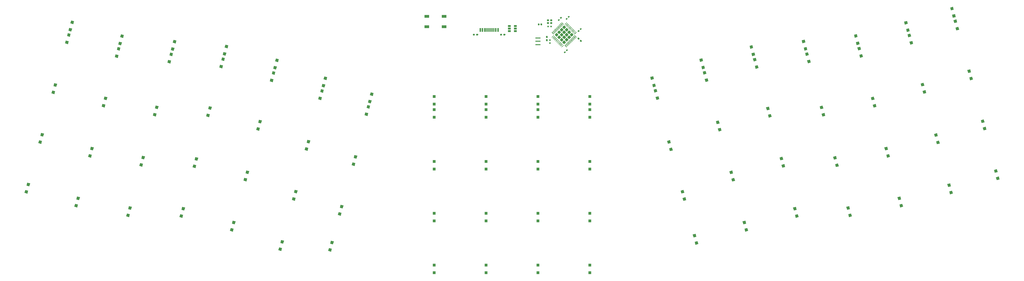
<source format=gtp>
G04 #@! TF.GenerationSoftware,KiCad,Pcbnew,(5.1.10)-1*
G04 #@! TF.CreationDate,2021-10-14T20:39:04+01:00*
G04 #@! TF.ProjectId,superlyra-hs,73757065-726c-4797-9261-2d68732e6b69,0.1*
G04 #@! TF.SameCoordinates,Original*
G04 #@! TF.FileFunction,Paste,Top*
G04 #@! TF.FilePolarity,Positive*
%FSLAX46Y46*%
G04 Gerber Fmt 4.6, Leading zero omitted, Abs format (unit mm)*
G04 Created by KiCad (PCBNEW (5.1.10)-1) date 2021-10-14 20:39:04*
%MOMM*%
%LPD*%
G01*
G04 APERTURE LIST*
%ADD10R,1.900000X0.400000*%
%ADD11R,1.060000X0.650000*%
%ADD12C,0.100000*%
%ADD13R,0.600000X0.500000*%
%ADD14R,0.300000X1.450000*%
%ADD15R,0.600000X1.450000*%
%ADD16R,1.700000X1.000000*%
%ADD17R,1.100000X1.100000*%
%ADD18R,0.500000X0.600000*%
G04 APERTURE END LIST*
D10*
X227838000Y-85795000D03*
X227838000Y-86995000D03*
X227838000Y-88195000D03*
G36*
G01*
X230980000Y-85024000D02*
X231300000Y-85024000D01*
G75*
G02*
X231460000Y-85184000I0J-160000D01*
G01*
X231460000Y-85579000D01*
G75*
G02*
X231300000Y-85739000I-160000J0D01*
G01*
X230980000Y-85739000D01*
G75*
G02*
X230820000Y-85579000I0J160000D01*
G01*
X230820000Y-85184000D01*
G75*
G02*
X230980000Y-85024000I160000J0D01*
G01*
G37*
G36*
G01*
X230980000Y-86219000D02*
X231300000Y-86219000D01*
G75*
G02*
X231460000Y-86379000I0J-160000D01*
G01*
X231460000Y-86774000D01*
G75*
G02*
X231300000Y-86934000I-160000J0D01*
G01*
X230980000Y-86934000D01*
G75*
G02*
X230820000Y-86774000I0J160000D01*
G01*
X230820000Y-86379000D01*
G75*
G02*
X230980000Y-86219000I160000J0D01*
G01*
G37*
D11*
X217340000Y-81346000D03*
X217340000Y-82296000D03*
X217340000Y-83246000D03*
X219540000Y-83246000D03*
X219540000Y-81346000D03*
X219540000Y-82296000D03*
D12*
G36*
X238345736Y-79077818D02*
G01*
X237992182Y-78724264D01*
X238416446Y-78300000D01*
X238770000Y-78653554D01*
X238345736Y-79077818D01*
G37*
G36*
X239123554Y-78300000D02*
G01*
X238770000Y-77946446D01*
X239194264Y-77522182D01*
X239547818Y-77875736D01*
X239123554Y-78300000D01*
G37*
G36*
X243513554Y-82830000D02*
G01*
X243160000Y-82476446D01*
X243584264Y-82052182D01*
X243937818Y-82405736D01*
X243513554Y-82830000D01*
G37*
G36*
X242735736Y-83607818D02*
G01*
X242382182Y-83254264D01*
X242806446Y-82830000D01*
X243160000Y-83183554D01*
X242735736Y-83607818D01*
G37*
G36*
X238549264Y-89836682D02*
G01*
X238902818Y-90190236D01*
X238478554Y-90614500D01*
X238125000Y-90260946D01*
X238549264Y-89836682D01*
G37*
G36*
X237771446Y-90614500D02*
G01*
X238125000Y-90968054D01*
X237700736Y-91392318D01*
X237347182Y-91038764D01*
X237771446Y-90614500D01*
G37*
D13*
X231606000Y-81534000D03*
X232706000Y-81534000D03*
G36*
G01*
X233111000Y-80104000D02*
X233111000Y-80424000D01*
G75*
G02*
X232951000Y-80584000I-160000J0D01*
G01*
X232556000Y-80584000D01*
G75*
G02*
X232396000Y-80424000I0J160000D01*
G01*
X232396000Y-80104000D01*
G75*
G02*
X232556000Y-79944000I160000J0D01*
G01*
X232951000Y-79944000D01*
G75*
G02*
X233111000Y-80104000I0J-160000D01*
G01*
G37*
G36*
G01*
X231916000Y-80104000D02*
X231916000Y-80424000D01*
G75*
G02*
X231756000Y-80584000I-160000J0D01*
G01*
X231361000Y-80584000D01*
G75*
G02*
X231201000Y-80424000I0J160000D01*
G01*
X231201000Y-80104000D01*
G75*
G02*
X231361000Y-79944000I160000J0D01*
G01*
X231756000Y-79944000D01*
G75*
G02*
X231916000Y-80104000I0J-160000D01*
G01*
G37*
G36*
G01*
X233111000Y-79088000D02*
X233111000Y-79408000D01*
G75*
G02*
X232951000Y-79568000I-160000J0D01*
G01*
X232556000Y-79568000D01*
G75*
G02*
X232396000Y-79408000I0J160000D01*
G01*
X232396000Y-79088000D01*
G75*
G02*
X232556000Y-78928000I160000J0D01*
G01*
X232951000Y-78928000D01*
G75*
G02*
X233111000Y-79088000I0J-160000D01*
G01*
G37*
G36*
G01*
X231916000Y-79088000D02*
X231916000Y-79408000D01*
G75*
G02*
X231756000Y-79568000I-160000J0D01*
G01*
X231361000Y-79568000D01*
G75*
G02*
X231201000Y-79408000I0J160000D01*
G01*
X231201000Y-79088000D01*
G75*
G02*
X231361000Y-78928000I160000J0D01*
G01*
X231756000Y-78928000D01*
G75*
G02*
X231916000Y-79088000I0J-160000D01*
G01*
G37*
G36*
G01*
X243978424Y-86962150D02*
X243752150Y-87188424D01*
G75*
G02*
X243525876Y-87188424I-113137J113137D01*
G01*
X243246568Y-86909116D01*
G75*
G02*
X243246568Y-86682842I113137J113137D01*
G01*
X243472842Y-86456568D01*
G75*
G02*
X243699116Y-86456568I113137J-113137D01*
G01*
X243978424Y-86735876D01*
G75*
G02*
X243978424Y-86962150I-113137J-113137D01*
G01*
G37*
G36*
G01*
X243133432Y-86117158D02*
X242907158Y-86343432D01*
G75*
G02*
X242680884Y-86343432I-113137J113137D01*
G01*
X242401576Y-86064124D01*
G75*
G02*
X242401576Y-85837850I113137J113137D01*
G01*
X242627850Y-85611576D01*
G75*
G02*
X242854124Y-85611576I113137J-113137D01*
G01*
X243133432Y-85890884D01*
G75*
G02*
X243133432Y-86117158I-113137J-113137D01*
G01*
G37*
G36*
G01*
X215895000Y-84370000D02*
X215895000Y-84690000D01*
G75*
G02*
X215735000Y-84850000I-160000J0D01*
G01*
X215340000Y-84850000D01*
G75*
G02*
X215180000Y-84690000I0J160000D01*
G01*
X215180000Y-84370000D01*
G75*
G02*
X215340000Y-84210000I160000J0D01*
G01*
X215735000Y-84210000D01*
G75*
G02*
X215895000Y-84370000I0J-160000D01*
G01*
G37*
G36*
G01*
X214700000Y-84370000D02*
X214700000Y-84690000D01*
G75*
G02*
X214540000Y-84850000I-160000J0D01*
G01*
X214145000Y-84850000D01*
G75*
G02*
X213985000Y-84690000I0J160000D01*
G01*
X213985000Y-84370000D01*
G75*
G02*
X214145000Y-84210000I160000J0D01*
G01*
X214540000Y-84210000D01*
G75*
G02*
X214700000Y-84370000I0J-160000D01*
G01*
G37*
G36*
G01*
X205190000Y-84700000D02*
X205190000Y-84380000D01*
G75*
G02*
X205350000Y-84220000I160000J0D01*
G01*
X205745000Y-84220000D01*
G75*
G02*
X205905000Y-84380000I0J-160000D01*
G01*
X205905000Y-84700000D01*
G75*
G02*
X205745000Y-84860000I-160000J0D01*
G01*
X205350000Y-84860000D01*
G75*
G02*
X205190000Y-84700000I0J160000D01*
G01*
G37*
G36*
G01*
X203995000Y-84700000D02*
X203995000Y-84380000D01*
G75*
G02*
X204155000Y-84220000I160000J0D01*
G01*
X204550000Y-84220000D01*
G75*
G02*
X204710000Y-84380000I0J-160000D01*
G01*
X204710000Y-84700000D01*
G75*
G02*
X204550000Y-84860000I-160000J0D01*
G01*
X204155000Y-84860000D01*
G75*
G02*
X203995000Y-84700000I0J160000D01*
G01*
G37*
G36*
G01*
X236924314Y-87162940D02*
X237313224Y-86774030D01*
G75*
G02*
X237666776Y-86774030I176776J-176776D01*
G01*
X238055686Y-87162940D01*
G75*
G02*
X238055686Y-87516492I-176776J-176776D01*
G01*
X237666776Y-87905402D01*
G75*
G02*
X237313224Y-87905402I-176776J176776D01*
G01*
X236924314Y-87516492D01*
G75*
G02*
X236924314Y-87162940I176776J176776D01*
G01*
G37*
G36*
G01*
X237843553Y-86243702D02*
X238232463Y-85854792D01*
G75*
G02*
X238586015Y-85854792I176776J-176776D01*
G01*
X238974925Y-86243702D01*
G75*
G02*
X238974925Y-86597254I-176776J-176776D01*
G01*
X238586015Y-86986164D01*
G75*
G02*
X238232463Y-86986164I-176776J176776D01*
G01*
X237843553Y-86597254D01*
G75*
G02*
X237843553Y-86243702I176776J176776D01*
G01*
G37*
G36*
G01*
X238762792Y-85324463D02*
X239151702Y-84935553D01*
G75*
G02*
X239505254Y-84935553I176776J-176776D01*
G01*
X239894164Y-85324463D01*
G75*
G02*
X239894164Y-85678015I-176776J-176776D01*
G01*
X239505254Y-86066925D01*
G75*
G02*
X239151702Y-86066925I-176776J176776D01*
G01*
X238762792Y-85678015D01*
G75*
G02*
X238762792Y-85324463I176776J176776D01*
G01*
G37*
G36*
G01*
X239682030Y-84405224D02*
X240070940Y-84016314D01*
G75*
G02*
X240424492Y-84016314I176776J-176776D01*
G01*
X240813402Y-84405224D01*
G75*
G02*
X240813402Y-84758776I-176776J-176776D01*
G01*
X240424492Y-85147686D01*
G75*
G02*
X240070940Y-85147686I-176776J176776D01*
G01*
X239682030Y-84758776D01*
G75*
G02*
X239682030Y-84405224I176776J176776D01*
G01*
G37*
G36*
G01*
X236005075Y-86243702D02*
X236393985Y-85854792D01*
G75*
G02*
X236747537Y-85854792I176776J-176776D01*
G01*
X237136447Y-86243702D01*
G75*
G02*
X237136447Y-86597254I-176776J-176776D01*
G01*
X236747537Y-86986164D01*
G75*
G02*
X236393985Y-86986164I-176776J176776D01*
G01*
X236005075Y-86597254D01*
G75*
G02*
X236005075Y-86243702I176776J176776D01*
G01*
G37*
G36*
G01*
X236924314Y-85324463D02*
X237313224Y-84935553D01*
G75*
G02*
X237666776Y-84935553I176776J-176776D01*
G01*
X238055686Y-85324463D01*
G75*
G02*
X238055686Y-85678015I-176776J-176776D01*
G01*
X237666776Y-86066925D01*
G75*
G02*
X237313224Y-86066925I-176776J176776D01*
G01*
X236924314Y-85678015D01*
G75*
G02*
X236924314Y-85324463I176776J176776D01*
G01*
G37*
G36*
G01*
X237843553Y-84405224D02*
X238232463Y-84016314D01*
G75*
G02*
X238586015Y-84016314I176776J-176776D01*
G01*
X238974925Y-84405224D01*
G75*
G02*
X238974925Y-84758776I-176776J-176776D01*
G01*
X238586015Y-85147686D01*
G75*
G02*
X238232463Y-85147686I-176776J176776D01*
G01*
X237843553Y-84758776D01*
G75*
G02*
X237843553Y-84405224I176776J176776D01*
G01*
G37*
G36*
G01*
X238762792Y-83485985D02*
X239151702Y-83097075D01*
G75*
G02*
X239505254Y-83097075I176776J-176776D01*
G01*
X239894164Y-83485985D01*
G75*
G02*
X239894164Y-83839537I-176776J-176776D01*
G01*
X239505254Y-84228447D01*
G75*
G02*
X239151702Y-84228447I-176776J176776D01*
G01*
X238762792Y-83839537D01*
G75*
G02*
X238762792Y-83485985I176776J176776D01*
G01*
G37*
G36*
G01*
X235085836Y-85324463D02*
X235474746Y-84935553D01*
G75*
G02*
X235828298Y-84935553I176776J-176776D01*
G01*
X236217208Y-85324463D01*
G75*
G02*
X236217208Y-85678015I-176776J-176776D01*
G01*
X235828298Y-86066925D01*
G75*
G02*
X235474746Y-86066925I-176776J176776D01*
G01*
X235085836Y-85678015D01*
G75*
G02*
X235085836Y-85324463I176776J176776D01*
G01*
G37*
G36*
G01*
X236005075Y-84405224D02*
X236393985Y-84016314D01*
G75*
G02*
X236747537Y-84016314I176776J-176776D01*
G01*
X237136447Y-84405224D01*
G75*
G02*
X237136447Y-84758776I-176776J-176776D01*
G01*
X236747537Y-85147686D01*
G75*
G02*
X236393985Y-85147686I-176776J176776D01*
G01*
X236005075Y-84758776D01*
G75*
G02*
X236005075Y-84405224I176776J176776D01*
G01*
G37*
G36*
G01*
X236924314Y-83485985D02*
X237313224Y-83097075D01*
G75*
G02*
X237666776Y-83097075I176776J-176776D01*
G01*
X238055686Y-83485985D01*
G75*
G02*
X238055686Y-83839537I-176776J-176776D01*
G01*
X237666776Y-84228447D01*
G75*
G02*
X237313224Y-84228447I-176776J176776D01*
G01*
X236924314Y-83839537D01*
G75*
G02*
X236924314Y-83485985I176776J176776D01*
G01*
G37*
G36*
G01*
X237843553Y-82566746D02*
X238232463Y-82177836D01*
G75*
G02*
X238586015Y-82177836I176776J-176776D01*
G01*
X238974925Y-82566746D01*
G75*
G02*
X238974925Y-82920298I-176776J-176776D01*
G01*
X238586015Y-83309208D01*
G75*
G02*
X238232463Y-83309208I-176776J176776D01*
G01*
X237843553Y-82920298D01*
G75*
G02*
X237843553Y-82566746I176776J176776D01*
G01*
G37*
G36*
G01*
X234166598Y-84405224D02*
X234555508Y-84016314D01*
G75*
G02*
X234909060Y-84016314I176776J-176776D01*
G01*
X235297970Y-84405224D01*
G75*
G02*
X235297970Y-84758776I-176776J-176776D01*
G01*
X234909060Y-85147686D01*
G75*
G02*
X234555508Y-85147686I-176776J176776D01*
G01*
X234166598Y-84758776D01*
G75*
G02*
X234166598Y-84405224I176776J176776D01*
G01*
G37*
G36*
G01*
X235085836Y-83485985D02*
X235474746Y-83097075D01*
G75*
G02*
X235828298Y-83097075I176776J-176776D01*
G01*
X236217208Y-83485985D01*
G75*
G02*
X236217208Y-83839537I-176776J-176776D01*
G01*
X235828298Y-84228447D01*
G75*
G02*
X235474746Y-84228447I-176776J176776D01*
G01*
X235085836Y-83839537D01*
G75*
G02*
X235085836Y-83485985I176776J176776D01*
G01*
G37*
G36*
G01*
X236005075Y-82566746D02*
X236393985Y-82177836D01*
G75*
G02*
X236747537Y-82177836I176776J-176776D01*
G01*
X237136447Y-82566746D01*
G75*
G02*
X237136447Y-82920298I-176776J-176776D01*
G01*
X236747537Y-83309208D01*
G75*
G02*
X236393985Y-83309208I-176776J176776D01*
G01*
X236005075Y-82920298D01*
G75*
G02*
X236005075Y-82566746I176776J176776D01*
G01*
G37*
G36*
G01*
X236924314Y-81647508D02*
X237313224Y-81258598D01*
G75*
G02*
X237666776Y-81258598I176776J-176776D01*
G01*
X238055686Y-81647508D01*
G75*
G02*
X238055686Y-82001060I-176776J-176776D01*
G01*
X237666776Y-82389970D01*
G75*
G02*
X237313224Y-82389970I-176776J176776D01*
G01*
X236924314Y-82001060D01*
G75*
G02*
X236924314Y-81647508I176776J176776D01*
G01*
G37*
G36*
G01*
X237657938Y-80701752D02*
X238329690Y-80030000D01*
G75*
G02*
X238418078Y-80030000I44194J-44194D01*
G01*
X238506466Y-80118388D01*
G75*
G02*
X238506466Y-80206776I-44194J-44194D01*
G01*
X237834714Y-80878528D01*
G75*
G02*
X237746326Y-80878528I-44194J44194D01*
G01*
X237657938Y-80790140D01*
G75*
G02*
X237657938Y-80701752I44194J44194D01*
G01*
G37*
G36*
G01*
X238011491Y-81055306D02*
X238683243Y-80383554D01*
G75*
G02*
X238771631Y-80383554I44194J-44194D01*
G01*
X238860019Y-80471942D01*
G75*
G02*
X238860019Y-80560330I-44194J-44194D01*
G01*
X238188267Y-81232082D01*
G75*
G02*
X238099879Y-81232082I-44194J44194D01*
G01*
X238011491Y-81143694D01*
G75*
G02*
X238011491Y-81055306I44194J44194D01*
G01*
G37*
G36*
G01*
X238365045Y-81408859D02*
X239036797Y-80737107D01*
G75*
G02*
X239125185Y-80737107I44194J-44194D01*
G01*
X239213573Y-80825495D01*
G75*
G02*
X239213573Y-80913883I-44194J-44194D01*
G01*
X238541821Y-81585635D01*
G75*
G02*
X238453433Y-81585635I-44194J44194D01*
G01*
X238365045Y-81497247D01*
G75*
G02*
X238365045Y-81408859I44194J44194D01*
G01*
G37*
G36*
G01*
X238718598Y-81762412D02*
X239390350Y-81090660D01*
G75*
G02*
X239478738Y-81090660I44194J-44194D01*
G01*
X239567126Y-81179048D01*
G75*
G02*
X239567126Y-81267436I-44194J-44194D01*
G01*
X238895374Y-81939188D01*
G75*
G02*
X238806986Y-81939188I-44194J44194D01*
G01*
X238718598Y-81850800D01*
G75*
G02*
X238718598Y-81762412I44194J44194D01*
G01*
G37*
G36*
G01*
X239072151Y-82115966D02*
X239743903Y-81444214D01*
G75*
G02*
X239832291Y-81444214I44194J-44194D01*
G01*
X239920679Y-81532602D01*
G75*
G02*
X239920679Y-81620990I-44194J-44194D01*
G01*
X239248927Y-82292742D01*
G75*
G02*
X239160539Y-82292742I-44194J44194D01*
G01*
X239072151Y-82204354D01*
G75*
G02*
X239072151Y-82115966I44194J44194D01*
G01*
G37*
G36*
G01*
X239425705Y-82469519D02*
X240097457Y-81797767D01*
G75*
G02*
X240185845Y-81797767I44194J-44194D01*
G01*
X240274233Y-81886155D01*
G75*
G02*
X240274233Y-81974543I-44194J-44194D01*
G01*
X239602481Y-82646295D01*
G75*
G02*
X239514093Y-82646295I-44194J44194D01*
G01*
X239425705Y-82557907D01*
G75*
G02*
X239425705Y-82469519I44194J44194D01*
G01*
G37*
G36*
G01*
X239779258Y-82823073D02*
X240451010Y-82151321D01*
G75*
G02*
X240539398Y-82151321I44194J-44194D01*
G01*
X240627786Y-82239709D01*
G75*
G02*
X240627786Y-82328097I-44194J-44194D01*
G01*
X239956034Y-82999849D01*
G75*
G02*
X239867646Y-82999849I-44194J44194D01*
G01*
X239779258Y-82911461D01*
G75*
G02*
X239779258Y-82823073I44194J44194D01*
G01*
G37*
G36*
G01*
X240132812Y-83176626D02*
X240804564Y-82504874D01*
G75*
G02*
X240892952Y-82504874I44194J-44194D01*
G01*
X240981340Y-82593262D01*
G75*
G02*
X240981340Y-82681650I-44194J-44194D01*
G01*
X240309588Y-83353402D01*
G75*
G02*
X240221200Y-83353402I-44194J44194D01*
G01*
X240132812Y-83265014D01*
G75*
G02*
X240132812Y-83176626I44194J44194D01*
G01*
G37*
G36*
G01*
X240486365Y-83530179D02*
X241158117Y-82858427D01*
G75*
G02*
X241246505Y-82858427I44194J-44194D01*
G01*
X241334893Y-82946815D01*
G75*
G02*
X241334893Y-83035203I-44194J-44194D01*
G01*
X240663141Y-83706955D01*
G75*
G02*
X240574753Y-83706955I-44194J44194D01*
G01*
X240486365Y-83618567D01*
G75*
G02*
X240486365Y-83530179I44194J44194D01*
G01*
G37*
G36*
G01*
X240839918Y-83883733D02*
X241511670Y-83211981D01*
G75*
G02*
X241600058Y-83211981I44194J-44194D01*
G01*
X241688446Y-83300369D01*
G75*
G02*
X241688446Y-83388757I-44194J-44194D01*
G01*
X241016694Y-84060509D01*
G75*
G02*
X240928306Y-84060509I-44194J44194D01*
G01*
X240839918Y-83972121D01*
G75*
G02*
X240839918Y-83883733I44194J44194D01*
G01*
G37*
G36*
G01*
X241193472Y-84237286D02*
X241865224Y-83565534D01*
G75*
G02*
X241953612Y-83565534I44194J-44194D01*
G01*
X242042000Y-83653922D01*
G75*
G02*
X242042000Y-83742310I-44194J-44194D01*
G01*
X241370248Y-84414062D01*
G75*
G02*
X241281860Y-84414062I-44194J44194D01*
G01*
X241193472Y-84325674D01*
G75*
G02*
X241193472Y-84237286I44194J44194D01*
G01*
G37*
G36*
G01*
X241193472Y-84838326D02*
X241281860Y-84749938D01*
G75*
G02*
X241370248Y-84749938I44194J-44194D01*
G01*
X242042000Y-85421690D01*
G75*
G02*
X242042000Y-85510078I-44194J-44194D01*
G01*
X241953612Y-85598466D01*
G75*
G02*
X241865224Y-85598466I-44194J44194D01*
G01*
X241193472Y-84926714D01*
G75*
G02*
X241193472Y-84838326I44194J44194D01*
G01*
G37*
G36*
G01*
X240839918Y-85191879D02*
X240928306Y-85103491D01*
G75*
G02*
X241016694Y-85103491I44194J-44194D01*
G01*
X241688446Y-85775243D01*
G75*
G02*
X241688446Y-85863631I-44194J-44194D01*
G01*
X241600058Y-85952019D01*
G75*
G02*
X241511670Y-85952019I-44194J44194D01*
G01*
X240839918Y-85280267D01*
G75*
G02*
X240839918Y-85191879I44194J44194D01*
G01*
G37*
G36*
G01*
X240486365Y-85545433D02*
X240574753Y-85457045D01*
G75*
G02*
X240663141Y-85457045I44194J-44194D01*
G01*
X241334893Y-86128797D01*
G75*
G02*
X241334893Y-86217185I-44194J-44194D01*
G01*
X241246505Y-86305573D01*
G75*
G02*
X241158117Y-86305573I-44194J44194D01*
G01*
X240486365Y-85633821D01*
G75*
G02*
X240486365Y-85545433I44194J44194D01*
G01*
G37*
G36*
G01*
X240132812Y-85898986D02*
X240221200Y-85810598D01*
G75*
G02*
X240309588Y-85810598I44194J-44194D01*
G01*
X240981340Y-86482350D01*
G75*
G02*
X240981340Y-86570738I-44194J-44194D01*
G01*
X240892952Y-86659126D01*
G75*
G02*
X240804564Y-86659126I-44194J44194D01*
G01*
X240132812Y-85987374D01*
G75*
G02*
X240132812Y-85898986I44194J44194D01*
G01*
G37*
G36*
G01*
X239779258Y-86252539D02*
X239867646Y-86164151D01*
G75*
G02*
X239956034Y-86164151I44194J-44194D01*
G01*
X240627786Y-86835903D01*
G75*
G02*
X240627786Y-86924291I-44194J-44194D01*
G01*
X240539398Y-87012679D01*
G75*
G02*
X240451010Y-87012679I-44194J44194D01*
G01*
X239779258Y-86340927D01*
G75*
G02*
X239779258Y-86252539I44194J44194D01*
G01*
G37*
G36*
G01*
X239425705Y-86606093D02*
X239514093Y-86517705D01*
G75*
G02*
X239602481Y-86517705I44194J-44194D01*
G01*
X240274233Y-87189457D01*
G75*
G02*
X240274233Y-87277845I-44194J-44194D01*
G01*
X240185845Y-87366233D01*
G75*
G02*
X240097457Y-87366233I-44194J44194D01*
G01*
X239425705Y-86694481D01*
G75*
G02*
X239425705Y-86606093I44194J44194D01*
G01*
G37*
G36*
G01*
X239072151Y-86959646D02*
X239160539Y-86871258D01*
G75*
G02*
X239248927Y-86871258I44194J-44194D01*
G01*
X239920679Y-87543010D01*
G75*
G02*
X239920679Y-87631398I-44194J-44194D01*
G01*
X239832291Y-87719786D01*
G75*
G02*
X239743903Y-87719786I-44194J44194D01*
G01*
X239072151Y-87048034D01*
G75*
G02*
X239072151Y-86959646I44194J44194D01*
G01*
G37*
G36*
G01*
X238718598Y-87313200D02*
X238806986Y-87224812D01*
G75*
G02*
X238895374Y-87224812I44194J-44194D01*
G01*
X239567126Y-87896564D01*
G75*
G02*
X239567126Y-87984952I-44194J-44194D01*
G01*
X239478738Y-88073340D01*
G75*
G02*
X239390350Y-88073340I-44194J44194D01*
G01*
X238718598Y-87401588D01*
G75*
G02*
X238718598Y-87313200I44194J44194D01*
G01*
G37*
G36*
G01*
X238365045Y-87666753D02*
X238453433Y-87578365D01*
G75*
G02*
X238541821Y-87578365I44194J-44194D01*
G01*
X239213573Y-88250117D01*
G75*
G02*
X239213573Y-88338505I-44194J-44194D01*
G01*
X239125185Y-88426893D01*
G75*
G02*
X239036797Y-88426893I-44194J44194D01*
G01*
X238365045Y-87755141D01*
G75*
G02*
X238365045Y-87666753I44194J44194D01*
G01*
G37*
G36*
G01*
X238011491Y-88020306D02*
X238099879Y-87931918D01*
G75*
G02*
X238188267Y-87931918I44194J-44194D01*
G01*
X238860019Y-88603670D01*
G75*
G02*
X238860019Y-88692058I-44194J-44194D01*
G01*
X238771631Y-88780446D01*
G75*
G02*
X238683243Y-88780446I-44194J44194D01*
G01*
X238011491Y-88108694D01*
G75*
G02*
X238011491Y-88020306I44194J44194D01*
G01*
G37*
G36*
G01*
X237657938Y-88373860D02*
X237746326Y-88285472D01*
G75*
G02*
X237834714Y-88285472I44194J-44194D01*
G01*
X238506466Y-88957224D01*
G75*
G02*
X238506466Y-89045612I-44194J-44194D01*
G01*
X238418078Y-89134000D01*
G75*
G02*
X238329690Y-89134000I-44194J44194D01*
G01*
X237657938Y-88462248D01*
G75*
G02*
X237657938Y-88373860I44194J44194D01*
G01*
G37*
G36*
G01*
X236473534Y-88957224D02*
X237145286Y-88285472D01*
G75*
G02*
X237233674Y-88285472I44194J-44194D01*
G01*
X237322062Y-88373860D01*
G75*
G02*
X237322062Y-88462248I-44194J-44194D01*
G01*
X236650310Y-89134000D01*
G75*
G02*
X236561922Y-89134000I-44194J44194D01*
G01*
X236473534Y-89045612D01*
G75*
G02*
X236473534Y-88957224I44194J44194D01*
G01*
G37*
G36*
G01*
X236119981Y-88603670D02*
X236791733Y-87931918D01*
G75*
G02*
X236880121Y-87931918I44194J-44194D01*
G01*
X236968509Y-88020306D01*
G75*
G02*
X236968509Y-88108694I-44194J-44194D01*
G01*
X236296757Y-88780446D01*
G75*
G02*
X236208369Y-88780446I-44194J44194D01*
G01*
X236119981Y-88692058D01*
G75*
G02*
X236119981Y-88603670I44194J44194D01*
G01*
G37*
G36*
G01*
X235766427Y-88250117D02*
X236438179Y-87578365D01*
G75*
G02*
X236526567Y-87578365I44194J-44194D01*
G01*
X236614955Y-87666753D01*
G75*
G02*
X236614955Y-87755141I-44194J-44194D01*
G01*
X235943203Y-88426893D01*
G75*
G02*
X235854815Y-88426893I-44194J44194D01*
G01*
X235766427Y-88338505D01*
G75*
G02*
X235766427Y-88250117I44194J44194D01*
G01*
G37*
G36*
G01*
X235412874Y-87896564D02*
X236084626Y-87224812D01*
G75*
G02*
X236173014Y-87224812I44194J-44194D01*
G01*
X236261402Y-87313200D01*
G75*
G02*
X236261402Y-87401588I-44194J-44194D01*
G01*
X235589650Y-88073340D01*
G75*
G02*
X235501262Y-88073340I-44194J44194D01*
G01*
X235412874Y-87984952D01*
G75*
G02*
X235412874Y-87896564I44194J44194D01*
G01*
G37*
G36*
G01*
X235059321Y-87543010D02*
X235731073Y-86871258D01*
G75*
G02*
X235819461Y-86871258I44194J-44194D01*
G01*
X235907849Y-86959646D01*
G75*
G02*
X235907849Y-87048034I-44194J-44194D01*
G01*
X235236097Y-87719786D01*
G75*
G02*
X235147709Y-87719786I-44194J44194D01*
G01*
X235059321Y-87631398D01*
G75*
G02*
X235059321Y-87543010I44194J44194D01*
G01*
G37*
G36*
G01*
X234705767Y-87189457D02*
X235377519Y-86517705D01*
G75*
G02*
X235465907Y-86517705I44194J-44194D01*
G01*
X235554295Y-86606093D01*
G75*
G02*
X235554295Y-86694481I-44194J-44194D01*
G01*
X234882543Y-87366233D01*
G75*
G02*
X234794155Y-87366233I-44194J44194D01*
G01*
X234705767Y-87277845D01*
G75*
G02*
X234705767Y-87189457I44194J44194D01*
G01*
G37*
G36*
G01*
X234352214Y-86835903D02*
X235023966Y-86164151D01*
G75*
G02*
X235112354Y-86164151I44194J-44194D01*
G01*
X235200742Y-86252539D01*
G75*
G02*
X235200742Y-86340927I-44194J-44194D01*
G01*
X234528990Y-87012679D01*
G75*
G02*
X234440602Y-87012679I-44194J44194D01*
G01*
X234352214Y-86924291D01*
G75*
G02*
X234352214Y-86835903I44194J44194D01*
G01*
G37*
G36*
G01*
X233998660Y-86482350D02*
X234670412Y-85810598D01*
G75*
G02*
X234758800Y-85810598I44194J-44194D01*
G01*
X234847188Y-85898986D01*
G75*
G02*
X234847188Y-85987374I-44194J-44194D01*
G01*
X234175436Y-86659126D01*
G75*
G02*
X234087048Y-86659126I-44194J44194D01*
G01*
X233998660Y-86570738D01*
G75*
G02*
X233998660Y-86482350I44194J44194D01*
G01*
G37*
G36*
G01*
X233645107Y-86128797D02*
X234316859Y-85457045D01*
G75*
G02*
X234405247Y-85457045I44194J-44194D01*
G01*
X234493635Y-85545433D01*
G75*
G02*
X234493635Y-85633821I-44194J-44194D01*
G01*
X233821883Y-86305573D01*
G75*
G02*
X233733495Y-86305573I-44194J44194D01*
G01*
X233645107Y-86217185D01*
G75*
G02*
X233645107Y-86128797I44194J44194D01*
G01*
G37*
G36*
G01*
X233291554Y-85775243D02*
X233963306Y-85103491D01*
G75*
G02*
X234051694Y-85103491I44194J-44194D01*
G01*
X234140082Y-85191879D01*
G75*
G02*
X234140082Y-85280267I-44194J-44194D01*
G01*
X233468330Y-85952019D01*
G75*
G02*
X233379942Y-85952019I-44194J44194D01*
G01*
X233291554Y-85863631D01*
G75*
G02*
X233291554Y-85775243I44194J44194D01*
G01*
G37*
G36*
G01*
X232938000Y-85421690D02*
X233609752Y-84749938D01*
G75*
G02*
X233698140Y-84749938I44194J-44194D01*
G01*
X233786528Y-84838326D01*
G75*
G02*
X233786528Y-84926714I-44194J-44194D01*
G01*
X233114776Y-85598466D01*
G75*
G02*
X233026388Y-85598466I-44194J44194D01*
G01*
X232938000Y-85510078D01*
G75*
G02*
X232938000Y-85421690I44194J44194D01*
G01*
G37*
G36*
G01*
X232938000Y-83653922D02*
X233026388Y-83565534D01*
G75*
G02*
X233114776Y-83565534I44194J-44194D01*
G01*
X233786528Y-84237286D01*
G75*
G02*
X233786528Y-84325674I-44194J-44194D01*
G01*
X233698140Y-84414062D01*
G75*
G02*
X233609752Y-84414062I-44194J44194D01*
G01*
X232938000Y-83742310D01*
G75*
G02*
X232938000Y-83653922I44194J44194D01*
G01*
G37*
G36*
G01*
X233291554Y-83300369D02*
X233379942Y-83211981D01*
G75*
G02*
X233468330Y-83211981I44194J-44194D01*
G01*
X234140082Y-83883733D01*
G75*
G02*
X234140082Y-83972121I-44194J-44194D01*
G01*
X234051694Y-84060509D01*
G75*
G02*
X233963306Y-84060509I-44194J44194D01*
G01*
X233291554Y-83388757D01*
G75*
G02*
X233291554Y-83300369I44194J44194D01*
G01*
G37*
G36*
G01*
X233645107Y-82946815D02*
X233733495Y-82858427D01*
G75*
G02*
X233821883Y-82858427I44194J-44194D01*
G01*
X234493635Y-83530179D01*
G75*
G02*
X234493635Y-83618567I-44194J-44194D01*
G01*
X234405247Y-83706955D01*
G75*
G02*
X234316859Y-83706955I-44194J44194D01*
G01*
X233645107Y-83035203D01*
G75*
G02*
X233645107Y-82946815I44194J44194D01*
G01*
G37*
G36*
G01*
X233998660Y-82593262D02*
X234087048Y-82504874D01*
G75*
G02*
X234175436Y-82504874I44194J-44194D01*
G01*
X234847188Y-83176626D01*
G75*
G02*
X234847188Y-83265014I-44194J-44194D01*
G01*
X234758800Y-83353402D01*
G75*
G02*
X234670412Y-83353402I-44194J44194D01*
G01*
X233998660Y-82681650D01*
G75*
G02*
X233998660Y-82593262I44194J44194D01*
G01*
G37*
G36*
G01*
X234352214Y-82239709D02*
X234440602Y-82151321D01*
G75*
G02*
X234528990Y-82151321I44194J-44194D01*
G01*
X235200742Y-82823073D01*
G75*
G02*
X235200742Y-82911461I-44194J-44194D01*
G01*
X235112354Y-82999849D01*
G75*
G02*
X235023966Y-82999849I-44194J44194D01*
G01*
X234352214Y-82328097D01*
G75*
G02*
X234352214Y-82239709I44194J44194D01*
G01*
G37*
G36*
G01*
X234705767Y-81886155D02*
X234794155Y-81797767D01*
G75*
G02*
X234882543Y-81797767I44194J-44194D01*
G01*
X235554295Y-82469519D01*
G75*
G02*
X235554295Y-82557907I-44194J-44194D01*
G01*
X235465907Y-82646295D01*
G75*
G02*
X235377519Y-82646295I-44194J44194D01*
G01*
X234705767Y-81974543D01*
G75*
G02*
X234705767Y-81886155I44194J44194D01*
G01*
G37*
G36*
G01*
X235059321Y-81532602D02*
X235147709Y-81444214D01*
G75*
G02*
X235236097Y-81444214I44194J-44194D01*
G01*
X235907849Y-82115966D01*
G75*
G02*
X235907849Y-82204354I-44194J-44194D01*
G01*
X235819461Y-82292742D01*
G75*
G02*
X235731073Y-82292742I-44194J44194D01*
G01*
X235059321Y-81620990D01*
G75*
G02*
X235059321Y-81532602I44194J44194D01*
G01*
G37*
G36*
G01*
X235412874Y-81179048D02*
X235501262Y-81090660D01*
G75*
G02*
X235589650Y-81090660I44194J-44194D01*
G01*
X236261402Y-81762412D01*
G75*
G02*
X236261402Y-81850800I-44194J-44194D01*
G01*
X236173014Y-81939188D01*
G75*
G02*
X236084626Y-81939188I-44194J44194D01*
G01*
X235412874Y-81267436D01*
G75*
G02*
X235412874Y-81179048I44194J44194D01*
G01*
G37*
G36*
G01*
X235766427Y-80825495D02*
X235854815Y-80737107D01*
G75*
G02*
X235943203Y-80737107I44194J-44194D01*
G01*
X236614955Y-81408859D01*
G75*
G02*
X236614955Y-81497247I-44194J-44194D01*
G01*
X236526567Y-81585635D01*
G75*
G02*
X236438179Y-81585635I-44194J44194D01*
G01*
X235766427Y-80913883D01*
G75*
G02*
X235766427Y-80825495I44194J44194D01*
G01*
G37*
G36*
G01*
X236119981Y-80471942D02*
X236208369Y-80383554D01*
G75*
G02*
X236296757Y-80383554I44194J-44194D01*
G01*
X236968509Y-81055306D01*
G75*
G02*
X236968509Y-81143694I-44194J-44194D01*
G01*
X236880121Y-81232082D01*
G75*
G02*
X236791733Y-81232082I-44194J44194D01*
G01*
X236119981Y-80560330D01*
G75*
G02*
X236119981Y-80471942I44194J44194D01*
G01*
G37*
G36*
G01*
X236473534Y-80118388D02*
X236561922Y-80030000D01*
G75*
G02*
X236650310Y-80030000I44194J-44194D01*
G01*
X237322062Y-80701752D01*
G75*
G02*
X237322062Y-80790140I-44194J-44194D01*
G01*
X237233674Y-80878528D01*
G75*
G02*
X237145286Y-80878528I-44194J44194D01*
G01*
X236473534Y-80206776D01*
G75*
G02*
X236473534Y-80118388I44194J44194D01*
G01*
G37*
D14*
X210191997Y-82785000D03*
X208191997Y-82785000D03*
X208691997Y-82785000D03*
X209191997Y-82785000D03*
X209691997Y-82785000D03*
X210691997Y-82785000D03*
X211191997Y-82785000D03*
X211691997Y-82785000D03*
D15*
X206691997Y-82785000D03*
X207491997Y-82785000D03*
X212391997Y-82785000D03*
X213191997Y-82785000D03*
X213191997Y-82785000D03*
X212391997Y-82785000D03*
X207491997Y-82785000D03*
X206691997Y-82785000D03*
D16*
X187096000Y-77856000D03*
X193396000Y-77856000D03*
X187096000Y-81656000D03*
X193396000Y-81656000D03*
D12*
G36*
X236273554Y-78720000D02*
G01*
X235920000Y-78366446D01*
X236344264Y-77942182D01*
X236697818Y-78295736D01*
X236273554Y-78720000D01*
G37*
G36*
X235495736Y-79497818D02*
G01*
X235142182Y-79144264D01*
X235566446Y-78720000D01*
X235920000Y-79073554D01*
X235495736Y-79497818D01*
G37*
G36*
X56533392Y-83370657D02*
G01*
X55470873Y-83085956D01*
X55755574Y-82023437D01*
X56818093Y-82308138D01*
X56533392Y-83370657D01*
G37*
G36*
X57258086Y-80666065D02*
G01*
X56195567Y-80381364D01*
X56480268Y-79318845D01*
X57542787Y-79603546D01*
X57258086Y-80666065D01*
G37*
G36*
X74821392Y-88450657D02*
G01*
X73758873Y-88165956D01*
X74043574Y-87103437D01*
X75106093Y-87388138D01*
X74821392Y-88450657D01*
G37*
G36*
X75546086Y-85746065D02*
G01*
X74483567Y-85461364D01*
X74768268Y-84398845D01*
X75830787Y-84683546D01*
X75546086Y-85746065D01*
G37*
G36*
X94850086Y-87778065D02*
G01*
X93787567Y-87493364D01*
X94072268Y-86430845D01*
X95134787Y-86715546D01*
X94850086Y-87778065D01*
G37*
G36*
X94125392Y-90482657D02*
G01*
X93062873Y-90197956D01*
X93347574Y-89135437D01*
X94410093Y-89420138D01*
X94125392Y-90482657D01*
G37*
G36*
X113900086Y-89556065D02*
G01*
X112837567Y-89271364D01*
X113122268Y-88208845D01*
X114184787Y-88493546D01*
X113900086Y-89556065D01*
G37*
G36*
X113175392Y-92260657D02*
G01*
X112112873Y-91975956D01*
X112397574Y-90913437D01*
X113460093Y-91198138D01*
X113175392Y-92260657D01*
G37*
G36*
X132442086Y-94636065D02*
G01*
X131379567Y-94351364D01*
X131664268Y-93288845D01*
X132726787Y-93573546D01*
X132442086Y-94636065D01*
G37*
G36*
X131717392Y-97340657D02*
G01*
X130654873Y-97055956D01*
X130939574Y-95993437D01*
X132002093Y-96278138D01*
X131717392Y-97340657D01*
G37*
G36*
X149497392Y-103944657D02*
G01*
X148434873Y-103659956D01*
X148719574Y-102597437D01*
X149782093Y-102882138D01*
X149497392Y-103944657D01*
G37*
G36*
X150222086Y-101240065D02*
G01*
X149159567Y-100955364D01*
X149444268Y-99892845D01*
X150506787Y-100177546D01*
X150222086Y-101240065D01*
G37*
G36*
X167240086Y-107082065D02*
G01*
X166177567Y-106797364D01*
X166462268Y-105734845D01*
X167524787Y-106019546D01*
X167240086Y-107082065D01*
G37*
G36*
X166515392Y-109786657D02*
G01*
X165452873Y-109501956D01*
X165737574Y-108439437D01*
X166800093Y-108724138D01*
X166515392Y-109786657D01*
G37*
D17*
X189738000Y-110112000D03*
X189738000Y-107312000D03*
X208788000Y-107312000D03*
X208788000Y-110112000D03*
X227838000Y-110112000D03*
X227838000Y-107312000D03*
X246888000Y-107312000D03*
X246888000Y-110112000D03*
D12*
G36*
X271177727Y-103567896D02*
G01*
X270115208Y-103852597D01*
X269830507Y-102790078D01*
X270893026Y-102505377D01*
X271177727Y-103567896D01*
G37*
G36*
X270453033Y-100863304D02*
G01*
X269390514Y-101148005D01*
X269105813Y-100085486D01*
X270168332Y-99800785D01*
X270453033Y-100863304D01*
G37*
G36*
X288487033Y-94259304D02*
G01*
X287424514Y-94544005D01*
X287139813Y-93481486D01*
X288202332Y-93196785D01*
X288487033Y-94259304D01*
G37*
G36*
X289211727Y-96963896D02*
G01*
X288149208Y-97248597D01*
X287864507Y-96186078D01*
X288927026Y-95901377D01*
X289211727Y-96963896D01*
G37*
G36*
X307626727Y-92137896D02*
G01*
X306564208Y-92422597D01*
X306279507Y-91360078D01*
X307342026Y-91075377D01*
X307626727Y-92137896D01*
G37*
G36*
X306902033Y-89433304D02*
G01*
X305839514Y-89718005D01*
X305554813Y-88655486D01*
X306617332Y-88370785D01*
X306902033Y-89433304D01*
G37*
G36*
X326079033Y-87401304D02*
G01*
X325016514Y-87686005D01*
X324731813Y-86623486D01*
X325794332Y-86338785D01*
X326079033Y-87401304D01*
G37*
G36*
X326803727Y-90105896D02*
G01*
X325741208Y-90390597D01*
X325456507Y-89328078D01*
X326519026Y-89043377D01*
X326803727Y-90105896D01*
G37*
G36*
X345980727Y-88073896D02*
G01*
X344918208Y-88358597D01*
X344633507Y-87296078D01*
X345696026Y-87011377D01*
X345980727Y-88073896D01*
G37*
G36*
X345256033Y-85369304D02*
G01*
X344193514Y-85654005D01*
X343908813Y-84591486D01*
X344971332Y-84306785D01*
X345256033Y-85369304D01*
G37*
G36*
X363671033Y-80543304D02*
G01*
X362608514Y-80828005D01*
X362323813Y-79765486D01*
X363386332Y-79480785D01*
X363671033Y-80543304D01*
G37*
G36*
X364395727Y-83247896D02*
G01*
X363333208Y-83532597D01*
X363048507Y-82470078D01*
X364111026Y-82185377D01*
X364395727Y-83247896D01*
G37*
G36*
X381286727Y-78040896D02*
G01*
X380224208Y-78325597D01*
X379939507Y-77263078D01*
X381002026Y-76978377D01*
X381286727Y-78040896D01*
G37*
G36*
X380562033Y-75336304D02*
G01*
X379499514Y-75621005D01*
X379214813Y-74558486D01*
X380277332Y-74273785D01*
X380562033Y-75336304D01*
G37*
G36*
X54506514Y-86684995D02*
G01*
X55569033Y-86969696D01*
X55284332Y-88032215D01*
X54221813Y-87747514D01*
X54506514Y-86684995D01*
G37*
G36*
X55231208Y-83980403D02*
G01*
X56293727Y-84265104D01*
X56009026Y-85327623D01*
X54946507Y-85042922D01*
X55231208Y-83980403D01*
G37*
G36*
X73519208Y-89060403D02*
G01*
X74581727Y-89345104D01*
X74297026Y-90407623D01*
X73234507Y-90122922D01*
X73519208Y-89060403D01*
G37*
G36*
X72794514Y-91764995D02*
G01*
X73857033Y-92049696D01*
X73572332Y-93112215D01*
X72509813Y-92827514D01*
X72794514Y-91764995D01*
G37*
G36*
X92098514Y-93796995D02*
G01*
X93161033Y-94081696D01*
X92876332Y-95144215D01*
X91813813Y-94859514D01*
X92098514Y-93796995D01*
G37*
G36*
X92823208Y-91092403D02*
G01*
X93885727Y-91377104D01*
X93601026Y-92439623D01*
X92538507Y-92154922D01*
X92823208Y-91092403D01*
G37*
G36*
X111873208Y-92870403D02*
G01*
X112935727Y-93155104D01*
X112651026Y-94217623D01*
X111588507Y-93932922D01*
X111873208Y-92870403D01*
G37*
G36*
X111148514Y-95574995D02*
G01*
X112211033Y-95859696D01*
X111926332Y-96922215D01*
X110863813Y-96637514D01*
X111148514Y-95574995D01*
G37*
G36*
X129690514Y-100654995D02*
G01*
X130753033Y-100939696D01*
X130468332Y-102002215D01*
X129405813Y-101717514D01*
X129690514Y-100654995D01*
G37*
G36*
X130415208Y-97950403D02*
G01*
X131477727Y-98235104D01*
X131193026Y-99297623D01*
X130130507Y-99012922D01*
X130415208Y-97950403D01*
G37*
G36*
X148195208Y-104554403D02*
G01*
X149257727Y-104839104D01*
X148973026Y-105901623D01*
X147910507Y-105616922D01*
X148195208Y-104554403D01*
G37*
G36*
X147470514Y-107258995D02*
G01*
X148533033Y-107543696D01*
X148248332Y-108606215D01*
X147185813Y-108321514D01*
X147470514Y-107258995D01*
G37*
G36*
X164488514Y-113100995D02*
G01*
X165551033Y-113385696D01*
X165266332Y-114448215D01*
X164203813Y-114163514D01*
X164488514Y-113100995D01*
G37*
G36*
X165213208Y-110396403D02*
G01*
X166275727Y-110681104D01*
X165991026Y-111743623D01*
X164928507Y-111458922D01*
X165213208Y-110396403D01*
G37*
D17*
X189738000Y-112138000D03*
X189738000Y-114938000D03*
X208788000Y-114938000D03*
X208788000Y-112138000D03*
X227838000Y-112138000D03*
X227838000Y-114938000D03*
X246888000Y-114938000D03*
X246888000Y-112138000D03*
D12*
G36*
X271079567Y-107451636D02*
G01*
X272142086Y-107166935D01*
X272426787Y-108229454D01*
X271364268Y-108514155D01*
X271079567Y-107451636D01*
G37*
G36*
X270354873Y-104747044D02*
G01*
X271417392Y-104462343D01*
X271702093Y-105524862D01*
X270639574Y-105809563D01*
X270354873Y-104747044D01*
G37*
G36*
X288388873Y-98143044D02*
G01*
X289451392Y-97858343D01*
X289736093Y-98920862D01*
X288673574Y-99205563D01*
X288388873Y-98143044D01*
G37*
G36*
X289113567Y-100847636D02*
G01*
X290176086Y-100562935D01*
X290460787Y-101625454D01*
X289398268Y-101910155D01*
X289113567Y-100847636D01*
G37*
G36*
X307528567Y-96021636D02*
G01*
X308591086Y-95736935D01*
X308875787Y-96799454D01*
X307813268Y-97084155D01*
X307528567Y-96021636D01*
G37*
G36*
X306803873Y-93317044D02*
G01*
X307866392Y-93032343D01*
X308151093Y-94094862D01*
X307088574Y-94379563D01*
X306803873Y-93317044D01*
G37*
G36*
X325980873Y-91285044D02*
G01*
X327043392Y-91000343D01*
X327328093Y-92062862D01*
X326265574Y-92347563D01*
X325980873Y-91285044D01*
G37*
G36*
X326705567Y-93989636D02*
G01*
X327768086Y-93704935D01*
X328052787Y-94767454D01*
X326990268Y-95052155D01*
X326705567Y-93989636D01*
G37*
G36*
X345882567Y-91957636D02*
G01*
X346945086Y-91672935D01*
X347229787Y-92735454D01*
X346167268Y-93020155D01*
X345882567Y-91957636D01*
G37*
G36*
X345157873Y-89253044D02*
G01*
X346220392Y-88968343D01*
X346505093Y-90030862D01*
X345442574Y-90315563D01*
X345157873Y-89253044D01*
G37*
G36*
X363572873Y-84427044D02*
G01*
X364635392Y-84142343D01*
X364920093Y-85204862D01*
X363857574Y-85489563D01*
X363572873Y-84427044D01*
G37*
G36*
X364297567Y-87131636D02*
G01*
X365360086Y-86846935D01*
X365644787Y-87909454D01*
X364582268Y-88194155D01*
X364297567Y-87131636D01*
G37*
G36*
X381188567Y-81924636D02*
G01*
X382251086Y-81639935D01*
X382535787Y-82702454D01*
X381473268Y-82987155D01*
X381188567Y-81924636D01*
G37*
G36*
X380463873Y-79220044D02*
G01*
X381526392Y-78935343D01*
X381811093Y-79997862D01*
X380748574Y-80282563D01*
X380463873Y-79220044D01*
G37*
G36*
X50265438Y-102368094D02*
G01*
X51327957Y-102652795D01*
X51043256Y-103715314D01*
X49980737Y-103430613D01*
X50265438Y-102368094D01*
G37*
G36*
X49540744Y-105072686D02*
G01*
X50603263Y-105357387D01*
X50318562Y-106419906D01*
X49256043Y-106135205D01*
X49540744Y-105072686D01*
G37*
G36*
X67974397Y-109980982D02*
G01*
X69036916Y-110265683D01*
X68752215Y-111328202D01*
X67689696Y-111043501D01*
X67974397Y-109980982D01*
G37*
G36*
X68699091Y-107276390D02*
G01*
X69761610Y-107561091D01*
X69476909Y-108623610D01*
X68414390Y-108338909D01*
X68699091Y-107276390D01*
G37*
G36*
X87495091Y-110578390D02*
G01*
X88557610Y-110863091D01*
X88272909Y-111925610D01*
X87210390Y-111640909D01*
X87495091Y-110578390D01*
G37*
G36*
X86770397Y-113282982D02*
G01*
X87832916Y-113567683D01*
X87548215Y-114630202D01*
X86485696Y-114345501D01*
X86770397Y-113282982D01*
G37*
G36*
X106328397Y-113536982D02*
G01*
X107390916Y-113821683D01*
X107106215Y-114884202D01*
X106043696Y-114599501D01*
X106328397Y-113536982D01*
G37*
G36*
X107053091Y-110832390D02*
G01*
X108115610Y-111117091D01*
X107830909Y-112179610D01*
X106768390Y-111894909D01*
X107053091Y-110832390D01*
G37*
G36*
X125449438Y-115830094D02*
G01*
X126511957Y-116114795D01*
X126227256Y-117177314D01*
X125164737Y-116892613D01*
X125449438Y-115830094D01*
G37*
G36*
X124724744Y-118534686D02*
G01*
X125787263Y-118819387D01*
X125502562Y-119881906D01*
X124440043Y-119597205D01*
X124724744Y-118534686D01*
G37*
G36*
X143229438Y-123196094D02*
G01*
X144291957Y-123480795D01*
X144007256Y-124543314D01*
X142944737Y-124258613D01*
X143229438Y-123196094D01*
G37*
G36*
X142504744Y-125900686D02*
G01*
X143567263Y-126185387D01*
X143282562Y-127247906D01*
X142220043Y-126963205D01*
X142504744Y-125900686D01*
G37*
G36*
X160501438Y-128784094D02*
G01*
X161563957Y-129068795D01*
X161279256Y-130131314D01*
X160216737Y-129846613D01*
X160501438Y-128784094D01*
G37*
G36*
X159776744Y-131488686D02*
G01*
X160839263Y-131773387D01*
X160554562Y-132835906D01*
X159492043Y-132551205D01*
X159776744Y-131488686D01*
G37*
D17*
X189738000Y-133988000D03*
X189738000Y-131188000D03*
X208788000Y-131188000D03*
X208788000Y-133988000D03*
X227838000Y-133988000D03*
X227838000Y-131188000D03*
X246888000Y-131188000D03*
X246888000Y-133988000D03*
D12*
G36*
X276040737Y-126312387D02*
G01*
X277103256Y-126027686D01*
X277387957Y-127090205D01*
X276325438Y-127374906D01*
X276040737Y-126312387D01*
G37*
G36*
X275316043Y-123607795D02*
G01*
X276378562Y-123323094D01*
X276663263Y-124385613D01*
X275600744Y-124670314D01*
X275316043Y-123607795D01*
G37*
G36*
X293223043Y-116368795D02*
G01*
X294285562Y-116084094D01*
X294570263Y-117146613D01*
X293507744Y-117431314D01*
X293223043Y-116368795D01*
G37*
G36*
X293947737Y-119073387D02*
G01*
X295010256Y-118788686D01*
X295294957Y-119851205D01*
X294232438Y-120135906D01*
X293947737Y-119073387D01*
G37*
G36*
X312362737Y-113993387D02*
G01*
X313425256Y-113708686D01*
X313709957Y-114771205D01*
X312647438Y-115055906D01*
X312362737Y-113993387D01*
G37*
G36*
X311638043Y-111288795D02*
G01*
X312700562Y-111004094D01*
X312985263Y-112066613D01*
X311922744Y-112351314D01*
X311638043Y-111288795D01*
G37*
G36*
X331323043Y-110907795D02*
G01*
X332385562Y-110623094D01*
X332670263Y-111685613D01*
X331607744Y-111970314D01*
X331323043Y-110907795D01*
G37*
G36*
X332047737Y-113612387D02*
G01*
X333110256Y-113327686D01*
X333394957Y-114390205D01*
X332332438Y-114674906D01*
X332047737Y-113612387D01*
G37*
G36*
X350843737Y-110310387D02*
G01*
X351906256Y-110025686D01*
X352190957Y-111088205D01*
X351128438Y-111372906D01*
X350843737Y-110310387D01*
G37*
G36*
X350119043Y-107605795D02*
G01*
X351181562Y-107321094D01*
X351466263Y-108383613D01*
X350403744Y-108668314D01*
X350119043Y-107605795D01*
G37*
G36*
X368407043Y-102525795D02*
G01*
X369469562Y-102241094D01*
X369754263Y-103303613D01*
X368691744Y-103588314D01*
X368407043Y-102525795D01*
G37*
G36*
X369131737Y-105230387D02*
G01*
X370194256Y-104945686D01*
X370478957Y-106008205D01*
X369416438Y-106292906D01*
X369131737Y-105230387D01*
G37*
G36*
X386276737Y-100277387D02*
G01*
X387339256Y-99992686D01*
X387623957Y-101055205D01*
X386561438Y-101339906D01*
X386276737Y-100277387D01*
G37*
G36*
X385552043Y-97572795D02*
G01*
X386614562Y-97288094D01*
X386899263Y-98350613D01*
X385836744Y-98635314D01*
X385552043Y-97572795D01*
G37*
G36*
X44714744Y-123360686D02*
G01*
X45777263Y-123645387D01*
X45492562Y-124707906D01*
X44430043Y-124423205D01*
X44714744Y-123360686D01*
G37*
G36*
X45439438Y-120656094D02*
G01*
X46501957Y-120940795D01*
X46217256Y-122003314D01*
X45154737Y-121718613D01*
X45439438Y-120656094D01*
G37*
G36*
X63727438Y-125736094D02*
G01*
X64789957Y-126020795D01*
X64505256Y-127083314D01*
X63442737Y-126798613D01*
X63727438Y-125736094D01*
G37*
G36*
X63002744Y-128440686D02*
G01*
X64065263Y-128725387D01*
X63780562Y-129787906D01*
X62718043Y-129503205D01*
X63002744Y-128440686D01*
G37*
G36*
X81798744Y-131742686D02*
G01*
X82861263Y-132027387D01*
X82576562Y-133089906D01*
X81514043Y-132805205D01*
X81798744Y-131742686D01*
G37*
G36*
X82523438Y-129038094D02*
G01*
X83585957Y-129322795D01*
X83301256Y-130385314D01*
X82238737Y-130100613D01*
X82523438Y-129038094D01*
G37*
G36*
X102081438Y-129546094D02*
G01*
X103143957Y-129830795D01*
X102859256Y-130893314D01*
X101796737Y-130608613D01*
X102081438Y-129546094D01*
G37*
G36*
X101356744Y-132250686D02*
G01*
X102419263Y-132535387D01*
X102134562Y-133597906D01*
X101072043Y-133313205D01*
X101356744Y-132250686D01*
G37*
G36*
X120044397Y-137158982D02*
G01*
X121106916Y-137443683D01*
X120822215Y-138506202D01*
X119759696Y-138221501D01*
X120044397Y-137158982D01*
G37*
G36*
X120769091Y-134454390D02*
G01*
X121831610Y-134739091D01*
X121546909Y-135801610D01*
X120484390Y-135516909D01*
X120769091Y-134454390D01*
G37*
G36*
X138549091Y-141566390D02*
G01*
X139611610Y-141851091D01*
X139326909Y-142913610D01*
X138264390Y-142628909D01*
X138549091Y-141566390D01*
G37*
G36*
X137824397Y-144270982D02*
G01*
X138886916Y-144555683D01*
X138602215Y-145618202D01*
X137539696Y-145333501D01*
X137824397Y-144270982D01*
G37*
G36*
X154696744Y-149776686D02*
G01*
X155759263Y-150061387D01*
X155474562Y-151123906D01*
X154412043Y-150839205D01*
X154696744Y-149776686D01*
G37*
G36*
X155421438Y-147072094D02*
G01*
X156483957Y-147356795D01*
X156199256Y-148419314D01*
X155136737Y-148134613D01*
X155421438Y-147072094D01*
G37*
D17*
X189738000Y-150238000D03*
X189738000Y-153038000D03*
X208788000Y-153038000D03*
X208788000Y-150238000D03*
X227838000Y-150238000D03*
X227838000Y-153038000D03*
X246888000Y-153038000D03*
X246888000Y-150238000D03*
D12*
G36*
X280269043Y-141895795D02*
G01*
X281331562Y-141611094D01*
X281616263Y-142673613D01*
X280553744Y-142958314D01*
X280269043Y-141895795D01*
G37*
G36*
X280993737Y-144600387D02*
G01*
X282056256Y-144315686D01*
X282340957Y-145378205D01*
X281278438Y-145662906D01*
X280993737Y-144600387D01*
G37*
G36*
X298900737Y-137488387D02*
G01*
X299963256Y-137203686D01*
X300247957Y-138266205D01*
X299185438Y-138550906D01*
X298900737Y-137488387D01*
G37*
G36*
X298176043Y-134783795D02*
G01*
X299238562Y-134499094D01*
X299523263Y-135561613D01*
X298460744Y-135846314D01*
X298176043Y-134783795D01*
G37*
G36*
X316591043Y-129703795D02*
G01*
X317653562Y-129419094D01*
X317938263Y-130481613D01*
X316875744Y-130766314D01*
X316591043Y-129703795D01*
G37*
G36*
X317315737Y-132408387D02*
G01*
X318378256Y-132123686D01*
X318662957Y-133186205D01*
X317600438Y-133470906D01*
X317315737Y-132408387D01*
G37*
G36*
X337000737Y-132154387D02*
G01*
X338063256Y-131869686D01*
X338347957Y-132932205D01*
X337285438Y-133216906D01*
X337000737Y-132154387D01*
G37*
G36*
X336276043Y-129449795D02*
G01*
X337338562Y-129165094D01*
X337623263Y-130227613D01*
X336560744Y-130512314D01*
X336276043Y-129449795D01*
G37*
G36*
X355072043Y-126020795D02*
G01*
X356134562Y-125736094D01*
X356419263Y-126798613D01*
X355356744Y-127083314D01*
X355072043Y-126020795D01*
G37*
G36*
X355796737Y-128725387D02*
G01*
X356859256Y-128440686D01*
X357143957Y-129503205D01*
X356081438Y-129787906D01*
X355796737Y-128725387D01*
G37*
G36*
X374084737Y-123772387D02*
G01*
X375147256Y-123487686D01*
X375431957Y-124550205D01*
X374369438Y-124834906D01*
X374084737Y-123772387D01*
G37*
G36*
X373360043Y-121067795D02*
G01*
X374422562Y-120783094D01*
X374707263Y-121845613D01*
X373644744Y-122130314D01*
X373360043Y-121067795D01*
G37*
G36*
X390505043Y-115987795D02*
G01*
X391567562Y-115703094D01*
X391852263Y-116765613D01*
X390789744Y-117050314D01*
X390505043Y-115987795D01*
G37*
G36*
X391229737Y-118692387D02*
G01*
X392292256Y-118407686D01*
X392576957Y-119470205D01*
X391514438Y-119754906D01*
X391229737Y-118692387D01*
G37*
G36*
X40359438Y-138944094D02*
G01*
X41421957Y-139228795D01*
X41137256Y-140291314D01*
X40074737Y-140006613D01*
X40359438Y-138944094D01*
G37*
G36*
X39634744Y-141648686D02*
G01*
X40697263Y-141933387D01*
X40412562Y-142995906D01*
X39350043Y-142711205D01*
X39634744Y-141648686D01*
G37*
G36*
X58647438Y-144024094D02*
G01*
X59709957Y-144308795D01*
X59425256Y-145371314D01*
X58362737Y-145086613D01*
X58647438Y-144024094D01*
G37*
G36*
X57922744Y-146728686D02*
G01*
X58985263Y-147013387D01*
X58700562Y-148075906D01*
X57638043Y-147791205D01*
X57922744Y-146728686D01*
G37*
G36*
X76972744Y-150284686D02*
G01*
X78035263Y-150569387D01*
X77750562Y-151631906D01*
X76688043Y-151347205D01*
X76972744Y-150284686D01*
G37*
G36*
X77697438Y-147580094D02*
G01*
X78759957Y-147864795D01*
X78475256Y-148927314D01*
X77412737Y-148642613D01*
X77697438Y-147580094D01*
G37*
G36*
X97255438Y-147834094D02*
G01*
X98317957Y-148118795D01*
X98033256Y-149181314D01*
X96970737Y-148896613D01*
X97255438Y-147834094D01*
G37*
G36*
X96530744Y-150538686D02*
G01*
X97593263Y-150823387D01*
X97308562Y-151885906D01*
X96246043Y-151601205D01*
X96530744Y-150538686D01*
G37*
G36*
X115072744Y-155618686D02*
G01*
X116135263Y-155903387D01*
X115850562Y-156965906D01*
X114788043Y-156681205D01*
X115072744Y-155618686D01*
G37*
G36*
X115797438Y-152914094D02*
G01*
X116859957Y-153198795D01*
X116575256Y-154261314D01*
X115512737Y-153976613D01*
X115797438Y-152914094D01*
G37*
G36*
X133577438Y-160026094D02*
G01*
X134639957Y-160310795D01*
X134355256Y-161373314D01*
X133292737Y-161088613D01*
X133577438Y-160026094D01*
G37*
G36*
X132852744Y-162730686D02*
G01*
X133915263Y-163015387D01*
X133630562Y-164077906D01*
X132568043Y-163793205D01*
X132852744Y-162730686D01*
G37*
G36*
X151140744Y-162984686D02*
G01*
X152203263Y-163269387D01*
X151918562Y-164331906D01*
X150856043Y-164047205D01*
X151140744Y-162984686D01*
G37*
G36*
X151865438Y-160280094D02*
G01*
X152927957Y-160564795D01*
X152643256Y-161627314D01*
X151580737Y-161342613D01*
X151865438Y-160280094D01*
G37*
D17*
X189738000Y-169288000D03*
X189738000Y-172088000D03*
X208788000Y-172088000D03*
X208788000Y-169288000D03*
X227838000Y-172088000D03*
X227838000Y-169288000D03*
X246888000Y-172088000D03*
X246888000Y-169288000D03*
D12*
G36*
X284714043Y-158024795D02*
G01*
X285776562Y-157740094D01*
X286061263Y-158802613D01*
X284998744Y-159087314D01*
X284714043Y-158024795D01*
G37*
G36*
X285438737Y-160729387D02*
G01*
X286501256Y-160444686D01*
X286785957Y-161507205D01*
X285723438Y-161791906D01*
X285438737Y-160729387D01*
G37*
G36*
X303726737Y-155903387D02*
G01*
X304789256Y-155618686D01*
X305073957Y-156681205D01*
X304011438Y-156965906D01*
X303726737Y-155903387D01*
G37*
G36*
X303002043Y-153198795D02*
G01*
X304064562Y-152914094D01*
X304349263Y-153976613D01*
X303286744Y-154261314D01*
X303002043Y-153198795D01*
G37*
G36*
X321544043Y-148118795D02*
G01*
X322606562Y-147834094D01*
X322891263Y-148896613D01*
X321828744Y-149181314D01*
X321544043Y-148118795D01*
G37*
G36*
X322268737Y-150823387D02*
G01*
X323331256Y-150538686D01*
X323615957Y-151601205D01*
X322553438Y-151885906D01*
X322268737Y-150823387D01*
G37*
G36*
X341826737Y-150569387D02*
G01*
X342889256Y-150284686D01*
X343173957Y-151347205D01*
X342111438Y-151631906D01*
X341826737Y-150569387D01*
G37*
G36*
X341102043Y-147864795D02*
G01*
X342164562Y-147580094D01*
X342449263Y-148642613D01*
X341386744Y-148927314D01*
X341102043Y-147864795D01*
G37*
G36*
X359898043Y-144308795D02*
G01*
X360960562Y-144024094D01*
X361245263Y-145086613D01*
X360182744Y-145371314D01*
X359898043Y-144308795D01*
G37*
G36*
X360622737Y-147013387D02*
G01*
X361685256Y-146728686D01*
X361969957Y-147791205D01*
X360907438Y-148075906D01*
X360622737Y-147013387D01*
G37*
G36*
X378910737Y-142187387D02*
G01*
X379973256Y-141902686D01*
X380257957Y-142965205D01*
X379195438Y-143249906D01*
X378910737Y-142187387D01*
G37*
G36*
X378186043Y-139482795D02*
G01*
X379248562Y-139198094D01*
X379533263Y-140260613D01*
X378470744Y-140545314D01*
X378186043Y-139482795D01*
G37*
G36*
X395331043Y-134275795D02*
G01*
X396393562Y-133991094D01*
X396678263Y-135053613D01*
X395615744Y-135338314D01*
X395331043Y-134275795D01*
G37*
G36*
X396055737Y-136980387D02*
G01*
X397118256Y-136695686D01*
X397402957Y-137758205D01*
X396340438Y-138042906D01*
X396055737Y-136980387D01*
G37*
G36*
G01*
X229403000Y-80599500D02*
X229403000Y-80944500D01*
G75*
G02*
X229255500Y-81092000I-147500J0D01*
G01*
X228960500Y-81092000D01*
G75*
G02*
X228813000Y-80944500I0J147500D01*
G01*
X228813000Y-80599500D01*
G75*
G02*
X228960500Y-80452000I147500J0D01*
G01*
X229255500Y-80452000D01*
G75*
G02*
X229403000Y-80599500I0J-147500D01*
G01*
G37*
G36*
G01*
X228433000Y-80599500D02*
X228433000Y-80944500D01*
G75*
G02*
X228285500Y-81092000I-147500J0D01*
G01*
X227990500Y-81092000D01*
G75*
G02*
X227843000Y-80944500I0J147500D01*
G01*
X227843000Y-80599500D01*
G75*
G02*
X227990500Y-80452000I147500J0D01*
G01*
X228285500Y-80452000D01*
G75*
G02*
X228433000Y-80599500I0J-147500D01*
G01*
G37*
D18*
X232283000Y-87672000D03*
X232283000Y-86572000D03*
M02*

</source>
